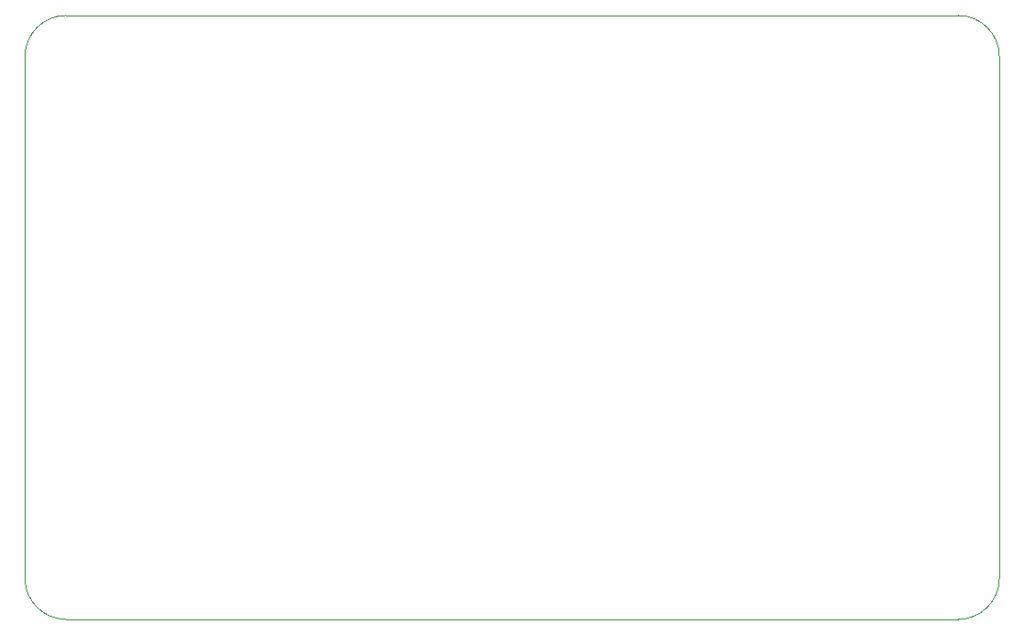
<source format=gm1>
%TF.GenerationSoftware,KiCad,Pcbnew,(6.0.0)*%
%TF.CreationDate,2023-01-31T14:46:14-05:00*%
%TF.ProjectId,dumper,64756d70-6572-42e6-9b69-6361645f7063,rev?*%
%TF.SameCoordinates,Original*%
%TF.FileFunction,Profile,NP*%
%FSLAX46Y46*%
G04 Gerber Fmt 4.6, Leading zero omitted, Abs format (unit mm)*
G04 Created by KiCad (PCBNEW (6.0.0)) date 2023-01-31 14:46:14*
%MOMM*%
%LPD*%
G01*
G04 APERTURE LIST*
%TA.AperFunction,Profile*%
%ADD10C,0.100000*%
%TD*%
G04 APERTURE END LIST*
D10*
X78105000Y-94615000D02*
X160645000Y-94615000D01*
X164455000Y-98425000D02*
G75*
G03*
X160645000Y-94615000I-3809999J1D01*
G01*
X160645000Y-150495000D02*
G75*
G03*
X164455000Y-146685000I1J3809999D01*
G01*
X74295000Y-146685000D02*
X74295000Y-98425000D01*
X160645000Y-150495000D02*
X78105000Y-150495000D01*
X74295000Y-146685000D02*
G75*
G03*
X78105000Y-150495000I3809999J-1D01*
G01*
X164455000Y-146685000D02*
X164455000Y-98425000D01*
X78105000Y-94615000D02*
G75*
G03*
X74295000Y-98425000I-1J-3809999D01*
G01*
M02*

</source>
